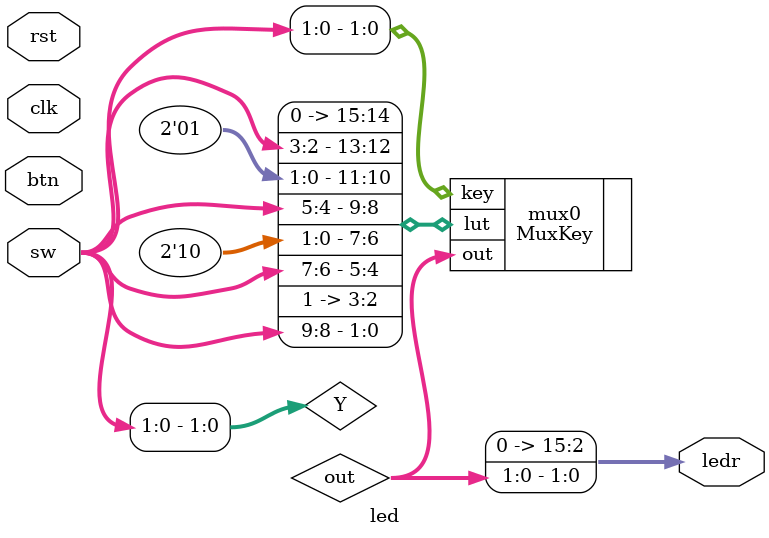
<source format=v>
module led(
  input clk,
  input rst,
  input [4:0] btn,
  input [9:0] sw,
  output [15:0] ledr
);
  reg [1:0] Y;
  reg [1:0] out;

  assign Y = sw[1:0];

  MuxKey #(4, 2, 2) mux0 (
    .out(out),
    .key(sw[1:0]),
    .lut({
      2'b00, sw[3:2],
      2'b01, sw[5:4],
      2'b10, sw[7:6],
      2'b11, sw[9:8]
    })
  );

  assign ledr = {14'b0, out};
endmodule

</source>
